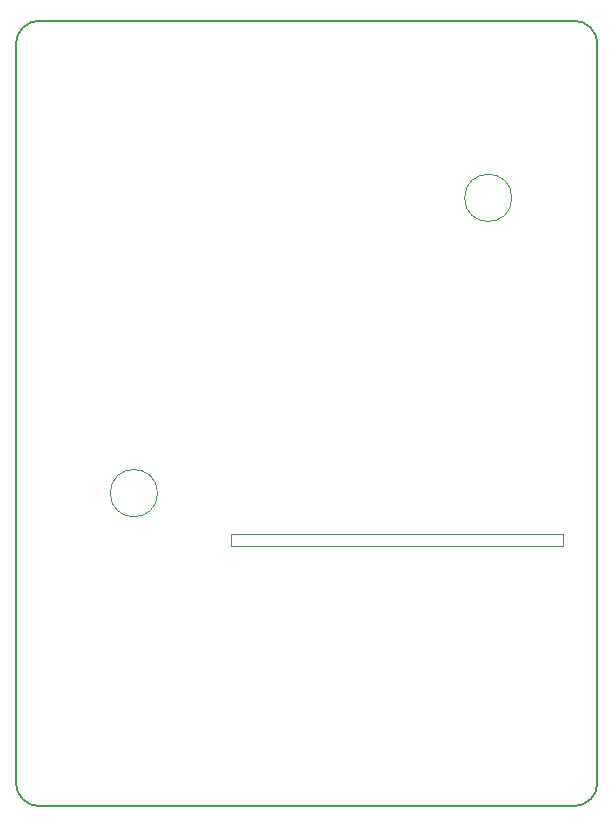
<source format=gbr>
%TF.GenerationSoftware,KiCad,Pcbnew,8.0.8*%
%TF.CreationDate,2025-06-05T09:36:50+02:00*%
%TF.ProjectId,heishamon-lr-pdc,68656973-6861-46d6-9f6e-2d6c722d7064,rev?*%
%TF.SameCoordinates,Original*%
%TF.FileFunction,Profile,NP*%
%FSLAX46Y46*%
G04 Gerber Fmt 4.6, Leading zero omitted, Abs format (unit mm)*
G04 Created by KiCad (PCBNEW 8.0.8) date 2025-06-05 09:36:50*
%MOMM*%
%LPD*%
G01*
G04 APERTURE LIST*
%TA.AperFunction,Profile*%
%ADD10C,0.200000*%
%TD*%
%TA.AperFunction,Profile*%
%ADD11C,0.050000*%
%TD*%
G04 APERTURE END LIST*
D10*
X16100000Y-13400000D02*
X61350000Y-13400000D01*
X63350000Y-77900000D02*
G75*
G02*
X61350000Y-79900000I-2000000J0D01*
G01*
D11*
X26100000Y-53400000D02*
G75*
G02*
X22100000Y-53400000I-2000000J0D01*
G01*
X22100000Y-53400000D02*
G75*
G02*
X26100000Y-53400000I2000000J0D01*
G01*
D10*
X63350000Y-15400000D02*
X63350000Y-77900000D01*
X14100000Y-77900000D02*
X14100000Y-15400000D01*
D11*
X32350000Y-56900000D02*
X60450000Y-56900000D01*
X60450000Y-57900000D01*
X32350000Y-57900000D01*
X32350000Y-56900000D01*
D10*
X61350000Y-79900000D02*
X16100000Y-79900000D01*
X14100000Y-15400000D02*
G75*
G02*
X16100000Y-13400000I2000000J0D01*
G01*
D11*
X56100000Y-28400000D02*
G75*
G02*
X52100000Y-28400000I-2000000J0D01*
G01*
X52100000Y-28400000D02*
G75*
G02*
X56100000Y-28400000I2000000J0D01*
G01*
D10*
X16100000Y-79900000D02*
G75*
G02*
X14100000Y-77900000I0J2000000D01*
G01*
X61350000Y-13400000D02*
G75*
G02*
X63350000Y-15400000I0J-2000000D01*
G01*
M02*

</source>
